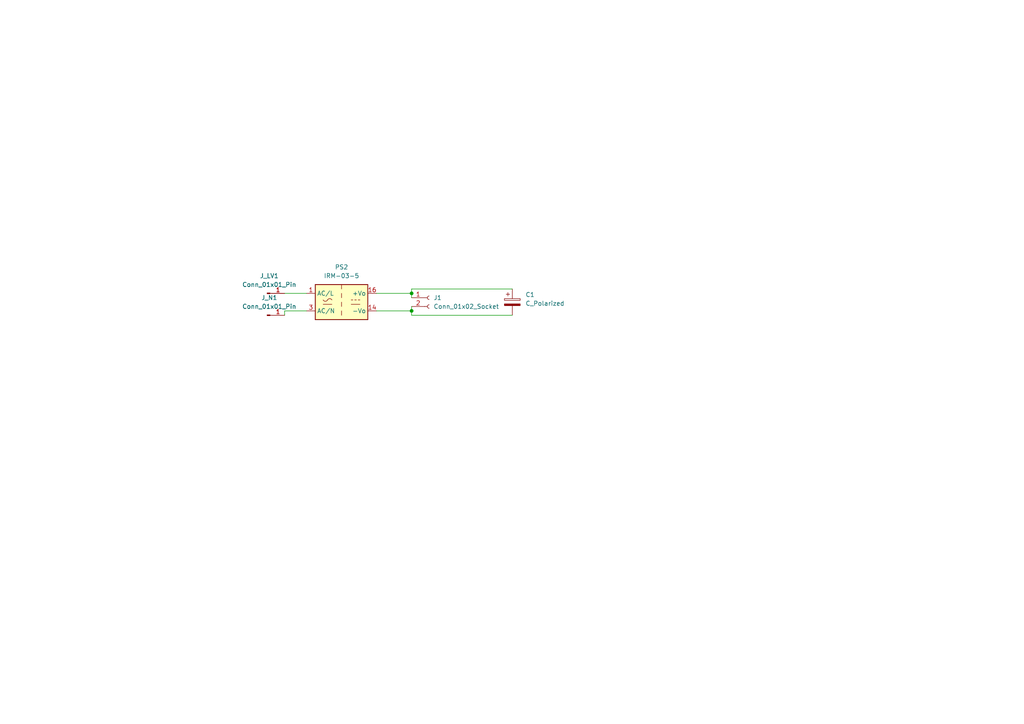
<source format=kicad_sch>
(kicad_sch (version 20231120) (generator "eeschema") (generator_version "8.0")
  (paper "A4")
  (lib_symbols
    (symbol "Connector:Conn_01x01_Pin" (pin_names (offset 1.016) hide)
      (property "Reference" "J" (at 0 2.54 0))
      (property "Value" "Conn_01x01_Pin" (at 0 -2.54 0))
      (symbol "Conn_01x01_Pin_1_1"
        (polyline (pts (xy 1.27 0) (xy 0.8636 0)) (stroke (width 0.1524)))
        (rectangle (start 0.8636 0.127) (end 0 -0.127) (stroke (width 0.1524)) (fill (type outline)))
        (pin passive line (at 5.08 0 180) (length 3.81) (name "Pin_1") (number "1"))
      )
    )
    (symbol "Connector:Conn_01x02_Socket" (pin_names (offset 1.016) hide)
      (property "Reference" "J" (at 0 2.54 0))
      (property "Value" "Conn_01x02_Socket" (at 0 -5.08 0))
      (symbol "Conn_01x02_Socket_1_1"
        (arc (start 0 -2.032) (mid -0.5058 -2.54) (end 0 -3.048) (stroke (width 0.1524)))
        (polyline (pts (xy -1.27 -2.54) (xy -0.508 -2.54)) (stroke (width 0.1524)))
        (polyline (pts (xy -1.27 0) (xy -0.508 0)) (stroke (width 0.1524)))
        (arc (start 0 0.508) (mid -0.5058 0) (end 0 -0.508) (stroke (width 0.1524)))
        (pin passive line (at -5.08 0 0) (length 3.81) (name "Pin_1") (number "1"))
        (pin passive line (at -5.08 -2.54 0) (length 3.81) (name "Pin_2") (number "2"))
      )
    )
    (symbol "Converter_ACDC:IRM-03-5"
      (property "Reference" "PS" (at 0 6.35 0))
      (property "Value" "IRM-03-5" (at 0 -6.35 0))
      (symbol "IRM-03-5_0_1"
        (rectangle (start -7.62 5.08) (end 7.62 -5.08) (stroke (width 0.254)) (fill (type background)))
        (arc (start -5.334 0.635) (mid -4.699 0.2495) (end -4.064 0.635))
        (arc (start -2.794 0.635) (mid -3.429 1.0072) (end -4.064 0.635))
        (polyline (pts (xy -5.334 -0.635) (xy -2.794 -0.635)))
        (polyline (pts (xy 0 -2.54) (xy 0 -3.81)))
        (polyline (pts (xy 0 0) (xy 0 -1.27)))
        (polyline (pts (xy 0 2.54) (xy 0 1.27)))
        (polyline (pts (xy 0 5.08) (xy 0 3.81)))
        (polyline (pts (xy 2.794 -0.635) (xy 5.334 -0.635)))
        (polyline (pts (xy 2.794 0.635) (xy 3.302 0.635)))
        (polyline (pts (xy 3.81 0.635) (xy 4.318 0.635)))
        (polyline (pts (xy 4.826 0.635) (xy 5.334 0.635)))
      )
      (symbol "IRM-03-5_1_1"
        (pin power_in line (at -10.16 2.54 0) (length 2.54) (name "AC/L") (number "1"))
        (pin power_out line (at 10.16 -2.54 180) (length 2.54) (name "-Vo") (number "14"))
        (pin power_out line (at 10.16 2.54 180) (length 2.54) (name "+Vo") (number "16"))
        (pin power_in line (at -10.16 -2.54 0) (length 2.54) (name "AC/N") (number "3"))
        (pin no_connect line (at -7.62 0 0) (length 2.54) hide (name "NC") (number "5"))
      )
    )
    (symbol "Device:C_Polarized" (pin_numbers hide) (pin_names (offset 0.254))
      (property "Reference" "C" (at 0.635 2.54 0))
      (property "Value" "C_Polarized" (at 0.635 -2.54 0))
      (symbol "C_Polarized_0_1"
        (rectangle (start -2.286 0.508) (end 2.286 1.016))
        (polyline (pts (xy -1.778 2.286) (xy -0.762 2.286)))
        (polyline (pts (xy -1.27 2.794) (xy -1.27 1.778)))
        (rectangle (start 2.286 -0.508) (end -2.286 -1.016) (fill (type outline)))
      )
      (symbol "C_Polarized_1_1"
        (pin passive line (at 0 3.81 270) (length 2.794) (name "~") (number "1"))
        (pin passive line (at 0 -3.81 90) (length 2.794) (name "~") (number "2"))
      )
    )
  )
  (junction (at 119.38 90.17))
  (junction (at 119.38 85.09))
  (wire (pts (xy 119.38 91.44) (xy 119.38 90.17)))
  (wire (pts (xy 119.38 85.09) (xy 119.38 86.36)))
  (wire (pts (xy 119.38 90.17) (xy 119.38 88.9)))
  (wire (pts (xy 148.59 83.82) (xy 119.38 83.82)))
  (wire (pts (xy 88.9 90.17) (xy 82.55 90.17)))
  (wire (pts (xy 148.59 91.44) (xy 119.38 91.44)))
  (wire (pts (xy 109.22 85.09) (xy 119.38 85.09)))
  (wire (pts (xy 109.22 90.17) (xy 119.38 90.17)))
  (wire (pts (xy 82.55 85.09) (xy 88.9 85.09)))
  (wire (pts (xy 82.55 90.17) (xy 82.55 91.44)))
  (wire (pts (xy 119.38 83.82) (xy 119.38 85.09)))
  (symbol (lib_id "Connector:Conn_01x01_Pin") (at 77.47 91.44 0) (unit 1)
    (property "Reference" "J_N1" (at 78.105 86.36 0))
    (property "Value" "Conn_01x01_Pin" (at 78.105 88.9 0))
    (property "Footprint" "Connector_Wire:SolderWire-2.5sqmm_1x01_D2.4mm_OD4.4mm" (effects (hide yes)))
    (property "Description" "Generic connector, single row, 01x01, script generated" (effects (hide yes)))
  )
  (symbol (lib_id "Connector:Conn_01x02_Socket") (at 124.46 86.36 0) (unit 1)
    (property "Reference" "J1" (at 125.73 86.3599 0) (effects (justify left)))
    (property "Value" "Conn_01x02_Socket" (at 125.73 88.8999 0) (effects (justify left)))
    (property "Footprint" "Connector_PinHeader_2.54mm:PinHeader_1x02_P2.54mm_Vertical" (effects (hide yes)))
    (property "Description" "Generic connector, single row, 01x02, script generated" (effects (hide yes)))
  )
  (symbol (lib_id "Converter_ACDC:IRM-03-5") (at 99.06 87.63 0) (unit 1)
    (property "Reference" "PS2" (at 99.06 77.47 0))
    (property "Value" "IRM-03-5" (at 99.06 80.01 0))
    (property "Footprint" "Converter_ACDC:Converter_ACDC_MeanWell_IRM-03-xx_THT" (effects (hide yes)))
    (property "Datasheet" "https://www.meanwell.com/Upload/PDF/IRM-03/IRM-03-SPEC.PDF" (effects (hide yes)))
    (property "Description" "5V, 600mA, 3W, Isolated, AC-DC, IRM03" (effects (hide yes)))
  )
  (symbol (lib_id "Device:C_Polarized") (at 148.59 87.63 0) (unit 1)
    (property "Reference" "C1" (at 152.4 85.4709 0) (effects (justify left)))
    (property "Value" "C_Polarized" (at 152.4 88.0109 0) (effects (justify left)))
    (property "Footprint" "Capacitor_THT:CP_Radial_D8.0mm_P5.00mm" (effects (hide yes)))
    (property "Description" "Polarized capacitor" (effects (hide yes)))
  )
  (symbol (lib_id "Connector:Conn_01x01_Pin") (at 77.47 85.09 0) (unit 1)
    (property "Reference" "J_LV1" (at 78.105 80.01 0))
    (property "Value" "Conn_01x01_Pin" (at 78.105 82.55 0))
    (property "Footprint" "Connector_Wire:SolderWire-2.5sqmm_1x01_D2.4mm_OD4.4mm" (effects (hide yes)))
    (property "Description" "Generic connector, single row, 01x01, script generated" (effects (hide yes)))
  )
)
</source>
